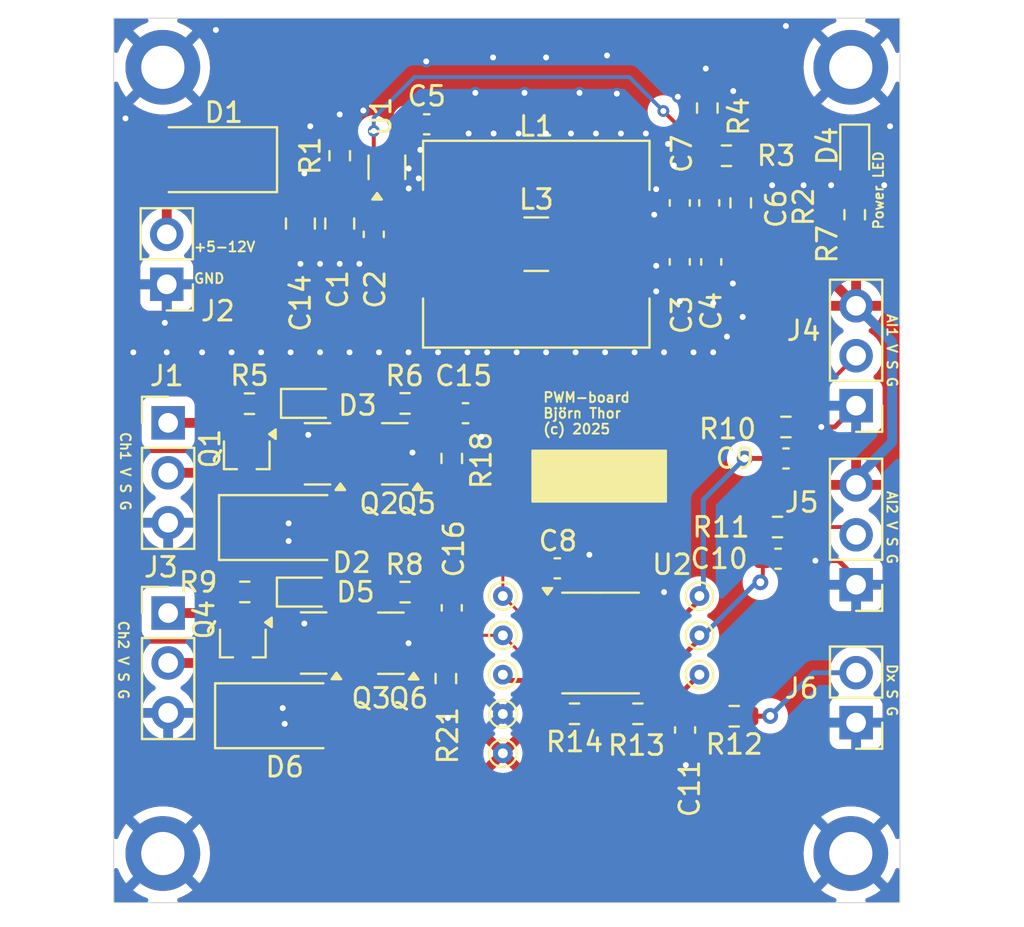
<source format=kicad_pcb>
(kicad_pcb (version 20240108) (generator "pcbnew") (generator_version "8.0")
  (layers (0 "F.Cu" signal) (31 "B.Cu" signal) (34 "B.Paste" user) (35 "F.Paste" user) (36 "B.SilkS" user "B.Silkscreen") (37 "F.SilkS" user "F.Silkscreen") (38 "B.Mask" user) (39 "F.Mask" user) (44 "Edge.Cuts" user))
  (net 0 "")
  (net 1 "/VIN")
  (net 2 "GND")
  (net 3 "+3.3V")
  (net 4 "/BST")
  (net 5 "/FB")
  (net 6 "/AN0")
  (net 7 "/AN1")
  (net 8 "/DI1")
  (net 9 "/PWR")
  (net 10 "Net-(D2-K)")
  (net 11 "/CH1_LED")
  (net 12 "/CH2_LED")
  (net 13 "Net-(D4-A)")
  (net 14 "Net-(D6-K)")
  (net 15 "Net-(J1-Pin_1)")
  (net 16 "Net-(J3-Pin_1)")
  (net 17 "Net-(J4-Pin_2)")
  (net 18 "Net-(J5-Pin_2)")
  (net 19 "Net-(J6-Pin_2)")
  (net 20 "/CH1")
  (net 21 "/CH2")
  (net 22 "/EN")
  (net 23 "Net-(R2-Pad2)")
  (net 24 "/RST#")
  (net 25 "Net-(U1-SW)")
  (net 26 "Net-(Q1-G)")
  (net 27 "Net-(Q3-D)")
  (net 28 "Net-(D3-A)")
  (net 29 "Net-(D5-A)")
  (footprint "Capacitor_SMD:C_0603_1608Metric" (layer "F.Cu") (at 53.855 64.91)
    (property "Reference" "C5")
    (property "Value" "100n 25V")
  )
  (footprint "MountingHole:MountingHole_2.2mm_M2_DIN965_Pad_TopBottom" (layer "F.Cu") (at 40.43 62.01)
    (property "Reference" "H4" (hide yes))
    (property "Value" "MountingHole_Pad")
  )
  (footprint "TestPoint:TestPoint_THTPad_D1.0mm_Drill0.5mm" (layer "F.Cu") (at 67.73 92.91)
    (property "Reference" "TP3" (hide yes))
    (property "Value" "TestPoint")
  )
  (footprint "Diode_SMD:D_SMA" (layer "F.Cu") (at 46.6 95)
    (property "Reference" "D6")
    (property "Value" "VS-10MQ100HM3")
  )
  (footprint "Inductor_SMD:L_1210_3225Metric" (layer "F.Cu") (at 59.43 71.01)
    (property "Reference" "L3")
    (property "Value" "2.2uH 5.4A")
  )
  (footprint "TestPoint:TestPoint_THTPad_D1.0mm_Drill0.5mm" (layer "F.Cu") (at 57.73 90.91)
    (property "Reference" "TP5" (hide yes))
    (property "Value" "TestPoint")
  )
  (footprint "Connector_PinHeader_2.54mm:PinHeader_1x03_P2.54mm_Vertical" (layer "F.Cu") (at 75.7 88.335 180)
    (property "Reference" "J5")
    (property "Value" "Screw_Terminal_01x03")
  )
  (footprint "LED_SMD:LED_0603_1608Metric" (layer "F.Cu") (at 75.63 66.41 -90)
    (property "Reference" "D4")
    (property "Value" "LED R")
  )
  (footprint "Resistor_SMD:R_0603_1608Metric" (layer "F.Cu") (at 75.63 69.51 90)
    (property "Reference" "R7")
    (property "Value" "24R")
  )
  (footprint "Resistor_SMD:R_0603_1608Metric" (layer "F.Cu") (at 52.755 79.11 180)
    (property "Reference" "R6")
    (property "Value" "56R")
  )
  (footprint "Diode_SMD:D_SMA" (layer "F.Cu") (at 46.8 85.425)
    (property "Reference" "D2")
    (property "Value" "VS-10MQ100HM3")
  )
  (footprint "MountingHole:MountingHole_2.2mm_M2_DIN965_Pad_TopBottom" (layer "F.Cu") (at 75.43 102.01)
    (property "Reference" "H2" (hide yes))
    (property "Value" "MountingHole_Pad")
  )
  (footprint "Capacitor_SMD:C_0603_1608Metric" (layer "F.Cu") (at 71.73 87.01 180)
    (property "Reference" "C10")
    (property "Value" "100n 25V")
  )
  (footprint "Resistor_SMD:R_0603_1608Metric" (layer "F.Cu") (at 71.7 85.4 180)
    (property "Reference" "R11")
    (property "Value" "5K0")
  )
  (footprint "Capacitor_SMD:C_0603_1608Metric" (layer "F.Cu") (at 67 95.725 90)
    (property "Reference" "C11")
    (property "Value" "100n 25V")
  )
  (footprint "Connector_PinHeader_2.54mm:PinHeader_1x03_P2.54mm_Vertical" (layer "F.Cu") (at 40.7 80.1)
    (property "Reference" "J1")
    (property "Value" "Screw_Terminal_01x03")
  )
  (footprint "Capacitor_SMD:C_0603_1608Metric" (layer "F.Cu") (at 51.162 70.51 90)
    (property "Reference" "C2")
    (property "Value" "100n 25V")
  )
  (footprint "Package_TO_SOT_SMD:SOT-23" (layer "F.Cu") (at 48.1 91.3 180)
    (property "Reference" "Q3")
    (property "Value" "BSS138")
  )
  (footprint "Package_SO:SOIC-8_3.9x4.9mm_P1.27mm" (layer "F.Cu") (at 62.7 91.3)
    (property "Reference" "U2")
    (property "Value" "PIC12F1572")
  )
  (footprint "Resistor_SMD:R_0603_1608Metric" (layer "F.Cu") (at 69.105 66.51 180)
    (property "Reference" "R3")
    (property "Value" "5K0")
  )
  (footprint "Capacitor_SMD:C_0603_1608Metric" (layer "F.Cu") (at 60.5 87.5 180)
    (property "Reference" "C8")
    (property "Value" "100n 25V")
  )
  (footprint "Resistor_SMD:R_0603_1608Metric" (layer "F.Cu") (at 49.43 66.51 90)
    (property "Reference" "R1")
    (property "Value" "100K")
  )
  (footprint "Connector_PinHeader_2.54mm:PinHeader_1x02_P2.54mm_Vertical" (layer "F.Cu") (at 40.63 73.05 180)
    (property "Reference" "J2")
    (property "Value" "Screw_Terminal_01x02")
  )
  (footprint "TestPoint:TestPoint_THTPad_D1.0mm_Drill0.5mm" (layer "F.Cu") (at 57.73 92.91)
    (property "Reference" "TP4" (hide yes))
    (property "Value" "TestPoint")
  )
  (footprint "Resistor_SMD:R_0603_1608Metric" (layer "F.Cu") (at 68.13 64.085 90)
    (property "Reference" "R4")
    (property "Value" "30K")
  )
  (footprint "bt_footprints:L_Bourns_bt_SRR1050HA" (layer "F.Cu") (at 59.43 71.01)
    (property "Reference" "L1")
    (property "Value" "2.2uH 7.2A")
  )
  (footprint "Resistor_SMD:R_0603_1608Metric" (layer "F.Cu") (at 64.6 94.9)
    (property "Reference" "R13")
    (property "Value" "130K")
  )
  (footprint "Capacitor_SMD:C_0603_1608Metric" (layer "F.Cu") (at 68.23 68.91 90)
    (property "Reference" "C6")
    (property "Value" "47p 50V")
  )
  (footprint "Package_TO_SOT_SMD:SOT-323_SC-70" (layer "F.Cu") (at 44.5 91.3 -90)
    (property "Reference" "Q4")
    (property "Value" "SSM3J133TU")
  )
  (footprint "Resistor_SMD:R_0603_1608Metric" (layer "F.Cu") (at 54.83 93.11 -90)
    (property "Reference" "R21")
    (property "Value" "10K")
  )
  (footprint "Capacitor_SMD:C_0603_1608Metric" (layer "F.Cu") (at 66.73 68.91 90)
    (property "Reference" "C7")
    (property "Value" "4u7 10V")
  )
  (footprint "TestPoint:TestPoint_THTPad_D1.0mm_Drill0.5mm" (layer "F.Cu") (at 67.73 90.91)
    (property "Reference" "TP2" (hide yes))
    (property "Value" "TestPoint")
  )
  (footprint "Package_TO_SOT_SMD:SOT-23" (layer "F.Cu") (at 52.23 81.675 180)
    (property "Reference" "Q5")
    (property "Value" "BVSS84LT1G")
  )
  (footprint "Package_TO_SOT_SMD:SOT-23" (layer "F.Cu") (at 52.03 91.31 180)
    (property "Reference" "Q6")
    (property "Value" "BVSS84LT1G")
  )
  (footprint "TestPoint:TestPoint_THTPad_D1.0mm_Drill0.5mm" (layer "F.Cu") (at 67.73 88.91)
    (property "Reference" "TP1" (hide yes))
    (property "Value" "TestPoint")
  )
  (footprint "MountingHole:MountingHole_2.2mm_M2_DIN965_Pad_TopBottom" (layer "F.Cu") (at 40.43 102.01)
    (property "Reference" "H3" (hide yes))
    (property "Value" "MountingHole_Pad")
  )
  (footprint "LED_SMD:LED_0603_1608Metric" (layer "F.Cu") (at 47.7175 88.71)
    (property "Reference" "D5")
    (property "Value" "LED R")
  )
  (footprint "Resistor_SMD:R_0603_1608Metric" (layer "F.Cu") (at 52.755 88.71 180)
    (property "Reference" "R8")
    (property "Value" "56R")
  )
  (footprint "Connector_PinHeader_2.54mm:PinHeader_1x02_P2.54mm_Vertical" (layer "F.Cu") (at 75.7 95.35 180)
    (property "Reference" "J6")
    (property "Value" "Screw_Terminal_01x02")
  )
  (footprint "Package_TO_SOT_SMD:SOT-23" (layer "F.Cu") (at 48.3 81.675 180)
    (property "Reference" "Q2")
    (property "Value" "BSS138")
  )
  (footprint "TestPoint:TestPoint_THTPad_D1.0mm_Drill0.5mm" (layer "F.Cu") (at 57.73 94.91)
    (property "Reference" "TP8" (hide yes))
    (property "Value" "TestPoint")
  )
  (footprint "Resistor_SMD:R_0603_1608Metric" (layer "F.Cu") (at 55.13 81.91 90)
    (property "Reference" "R18")
    (property "Value" "10K")
  )
  (footprint "Resistor_SMD:R_0603_1608Metric" (layer "F.Cu") (at 69.83 68.91 90)
    (property "Reference" "R2")
    (property "Value" "130K")
  )
  (footprint "Diode_SMD:D_SMA" (layer "F.Cu") (at 42.73 66.71 180)
    (property "Reference" "D1")
    (property "Value" "VS-10MQ100HM3")
  )
  (footprint "Capacitor_SMD:C_0603_1608Metric" (layer "F.Cu") (at 66.73 71.91 90)
    (property "Reference" "C3")
    (property "Value" "100n 25V")
  )
  (footprint "Resistor_SMD:R_0603_1608Metric" (layer "F.Cu") (at 69.5 95.025 180)
    (property "Reference" "R12")
    (property "Value" "5K0")
  )
  (footprint "Capacitor_SMD:C_0603_1608Metric" (layer "F.Cu") (at 72.135 81.91 180)
    (property "Reference" "C9")
    (property "Value" "100n 25V")
  )
  (footprint "Connector_PinHeader_2.54mm:PinHeader_1x03_P2.54mm_Vertical" (layer "F.Cu") (at 75.7 79.225 180)
    (property "Reference" "J4")
    (property "Value" "Screw_Terminal_01x03")
  )
  (footprint "Capacitor_SMD:C_0603_1608Metric" (layer "F.Cu") (at 68.33 71.91 -90)
    (property "Reference" "C4")
    (property "Value" "4u7 10V")
  )
  (footprint "Resistor_SMD:R_0603_1608Metric" (layer "F.Cu") (at 44.6 88.7)
    (property "Reference" "R9")
    (property "Value" "10K")
  )
  (footprint "TestPoint:TestPoint_THTPad_D1.0mm_Drill0.5mm" (layer "F.Cu") (at 57.73 88.91)
    (property "Reference" "TP6" (hide yes))
    (property "Value" "TestPoint")
  )
  (footprint "Resistor_SMD:R_0603_1608Metric" (layer "F.Cu") (at 61.375 94.9 180)
    (property "Reference" "R14")
    (property "Value" "5K0")
  )
  (footprint "Resistor_SMD:R_0603_1608Metric" (layer "F.Cu") (at 44.8375 79.125)
    (property "Reference" "R5")
    (property "Value" "10K")
  )
  (footprint "Capacitor_SMD:C_0603_1608Metric" (layer "F.Cu") (at 55.13 89.51 90)
    (property "Reference" "C16")
    (property "Value" "100n 25V")
  )
  (footprint "Resistor_SMD:R_0603_1608Metric" (layer "F.Cu") (at 72.13 80.31 180)
    (property "Reference" "R10")
    (property "Value" "5K0")
  )
  (footprint "Package_TO_SOT_SMD:SOT-563" (layer "F.Cu") (at 51.83 67.0975 90)
    (property "Reference" "U1")
    (property "Value" "TPS561243")
  )
  (footprint "LED_SMD:LED_0603_1608Metric" (layer "F.Cu") (at 47.93 79.11)
    (property "Reference" "D3")
    (property "Value" "LED R")
  )
  (footprint "Capacitor_SMD:C_0805_2012Metric" (layer "F.Cu") (at 49.43 69.96 -90)
    (property "Reference" "C1")
    (property "Value" "10u 50V")
  )
  (footprint "Connector_PinHeader_2.54mm:PinHeader_1x03_P2.54mm_Vertical" (layer "F.Cu") (at 40.7 89.775)
    (property "Reference" "J3")
    (property "Value" "Screw_Terminal_01x03")
  )
  (footprint "Capacitor_SMD:C_0603_1608Metric" (layer "F.Cu") (at 55.83 79.61 180)
    (property "Reference" "C15")
    (property "Value" "100n 25V")
  )
  (footprint "TestPoint:TestPoint_THTPad_D1.0mm_Drill0.5mm" (layer "F.Cu") (at 57.73 96.91)
    (property "Reference" "TP7" (hide yes))
    (property "Value" "TestPoint")
  )
  (footprint "Package_TO_SOT_SMD:SOT-323_SC-70" (layer "F.Cu") (at 44.7 81.725 -90)
    (property "Reference" "Q1")
    (property "Value" "SSM3J133TU")
  )
  (footprint "Capacitor_SMD:C_0805_2012Metric" (layer "F.Cu") (at 47.43 69.96 -90)
    (property "Reference" "C14")
    (property "Value" "10u 50V")
  )
  (footprint "MountingHole:MountingHole_2.2mm_M2_DIN965_Pad_TopBottom" (layer "F.Cu") (at 75.43 62.01)
    (property "Reference" "H1" (hide yes))
    (property "Value" "MountingHole_Pad")
  )
  (gr_rect (start 59.23 81.51) (end 66.03 84.11) (stroke (width 0.1)) (fill solid) (layer "F.SilkS"))
  (gr_rect (start 37.93 59.51) (end 77.93 104.51) (stroke (width 0.05)) (fill none) (layer "Edge.Cuts"))
  (gr_text "AI1 V S G" (at 77.23 74.51 270) (layer "F.SilkS") (effects (font (size 0.5 0.5) (thickness 0.1) (bold yes)) (justify left bottom)))
  (gr_text "+5-12V\n\nGND" (at 41.96 73.05 0) (layer "F.SilkS") (effects (font (size 0.5 0.5) (thickness 0.1) (bold yes)) (justify left bottom)))
  (gr_text "Power LED" (at 77.13 70.31 90) (layer "F.SilkS") (effects (font (size 0.5 0.5) (thickness 0.1) (bold yes)) (justify left bottom)))
  (gr_text "PWM-board\nBjörn Thor\n(c) 2025" (at 59.73 80.71 0) (layer "F.SilkS") (effects (font (size 0.5 0.5) (thickness 0.1) (bold yes)) (justify left bottom)))
  (gr_text "Ch1 V S G" (at 38.23 80.51 -90) (layer "F.SilkS") (effects (font (size 0.5 0.5) (thickness 0.1) (bold yes)) (justify left bottom)))
  (gr_text "Ch2 V S G" (at 38.13 90.11 270) (layer "F.SilkS") (effects (font (size 0.5 0.5) (thickness 0.1) (bold yes)) (justify left bottom)))
  (gr_text "AI2 V S G" (at 77.23 83.51 270) (layer "F.SilkS") (effects (font (size 0.5 0.5) (thickness 0.1) (bold yes)) (justify left bottom)))
  (gr_text "Dx S G" (at 77.23 92.31 270) (layer "F.SilkS") (effects (font (size 0.5 0.5) (thickness 0.1) (bold yes)) (justify left bottom)))
  (segment (start 49.43 69.01) (end 50.437 69.01) (width 0.5) (layer "F.Cu") (net 1))
  (segment (start 47.09 68.67) (end 47.43 69.01) (width 0.5) (layer "F.Cu") (net 1))
  (segment (start 50.437 69.01) (end 51.162 69.735) (width 0.5) (layer "F.Cu") (net 1))
  (segment (start 51.162 69.735) (end 51.162 67.853) (width 0.5) (layer "F.Cu") (net 1))
  (segment (start 47.43 69.01) (end 49.43 69.01) (width 0.5) (layer "F.Cu") (net 1))
  (segment (start 47.43 69.01) (end 47.03 69.01) (width 0.5) (layer "F.Cu") (net 1))
  (segment (start 49.43 69.01) (end 49.43 67.335) (width 0.5) (layer "F.Cu") (net 1))
  (segment (start 47.03 69.01) (end 44.73 66.71) (width 0.5) (layer "F.Cu") (net 1))
  (segment (start 51.162 67.853) (end 51.205 67.81) (width 0.5) (layer "F.Cu") (net 1))
  (segment (start 54.605 81.61) (end 53.13 81.61) (width 0.25) (layer "F.Cu") (net 2))
  (segment (start 48.8 85.425) (end 47.045 85.425) (width 0.2) (layer "F.Cu") (net 2))
  (segment (start 54.93 95.11) (end 54.93 94.035) (width 0.15) (layer "F.Cu") (net 2))
  (segment (start 49.57 90.35) (end 49.0375 90.35) (width 0.2) (layer "F.Cu") (net 2))
  (segment (start 65.86 88.71) (end 65.175 89.395) (width 0.2) (layer "F.Cu") (net 2))
  (segment (start 48.9975 90.31) (end 49.0375 90.35) (width 0.15) (layer "F.Cu") (net 2))
  (segment (start 47.63 90.31) (end 47.63 90.21) (width 0.15) (layer "F.Cu") (net 2))
  (segment (start 56.63 79.635) (end 56.605 79.61) (width 0.25) (layer "F.Cu") (net 2))
  (segment (start 52.476 67.664) (end 52.33 67.81) (width 0.25) (layer "F.Cu") (net 2))
  (segment (start 54.105 91.31) (end 55.13 90.285) (width 0.25) (layer "F.Cu") (net 2))
  (segment (start 55.13 81.085) (end 56.605 79.61) (width 0.25) (layer "F.Cu") (net 2))
  (segment (start 52.93 91.31) (end 51.0925 91.31) (width 0.25) (layer "F.Cu") (net 2))
  (segment (start 52.93 91.31) (end 54.105 91.31) (width 0.25) (layer "F.Cu") (net 2))
  (segment (start 74.81 87.11) (end 75.7 88) (width 0.25) (layer "F.Cu") (net 2))
  (segment (start 75.7 95.335) (end 75.39 95.025) (width 0.2) (layer "F.Cu") (net 2))
  (segment (start 47.63 90.31) (end 48.9975 90.31) (width 0.15) (layer "F.Cu") (net 2))
  (segment (start 53.448 67.664) (end 52.476 67.664) (width 0.25) (layer "F.Cu") (net 2))
  (segment (start 69.105 72.685) (end 69.43 73.01) (width 0.25) (layer "F.Cu") (net 2))
  (segment (start 67.037 97.509) (end 67.037 96.537) (width 0.2) (layer "F.Cu") (net 2))
  (segment (start 62.13 86.81) (end 61.965 86.81) (width 0.25) (layer "F.Cu") (net 2))
  (segment (start 48.315 85.425) (end 47.63 86.11) (width 0.2) (layer "F.Cu") (net 2))
  (segment (start 49.2375 80.725) (end 47.845 80.725) (width 0.15) (layer "F.Cu") (net 2))
  (segment (start 56.63 80.81) (end 56.63 79.635) (width 0.25) (layer "F.Cu") (net 2))
  (segment (start 46.63 95.41) (end 47.04 95) (width 0.2) (layer "F.Cu") (net 2))
  (segment (start 47.63 86.11) (end 46.83 86.11) (width 0.2) (layer "F.Cu") (net 2))
  (segment (start 73.93 80.31) (end 73.93 80.89) (width 0.25) (layer "F.Cu") (net 2))
  (segment (start 52.692 68.172) (end 52.33 67.81) (width 0.25) (layer "F.Cu") (net 2))
  (segment (start 52.94 67.2) (end 52.33 67.81) (width 0.25) (layer "F.Cu") (net 2))
  (segment (start 73.93 80.31) (end 74.615 80.31) (width 0.25) (layer "F.Cu") (net 2))
  (segment (start 53.065 81.675) (end 53.13 81.61) (width 0.25) (layer "F.Cu") (net 2))
  (segment (start 68.33 72.685) (end 69.105 72.685) (width 0.25) (layer "F.Cu") (net 2))
  (segment (start 51.2925 81.675) (end 53.065 81.675) (width 0.25) (layer "F.Cu") (net 2))
  (segment (start 72.505 87.01) (end 73.53 87.01) (width 0.25) (layer "F.Cu") (net 2))
  (segment (start 74.615 80.31) (end 75.7 79.225) (width 0.25) (layer "F.Cu") (net 2))
  (segment (start 49.065 85.16) (end 48.8 85.425) (width 0.25) (layer "F.Cu") (net 2))
  (segment (start 48.21 94.61) (end 48.6 95) (width 0.2) (layer "F.Cu") (net 2))
  (segment (start 61.965 86.81) (end 61.275 87.5) (width 0.25) (layer "F.Cu") (net 2))
  (segment (start 52.94 67.156) (end 52.94 67.2) (width 0.25) (layer "F.Cu") (net 2))
  (segment (start 48.93 85.555) (end 48.8 85.425) (width 0.2) (layer "F.Cu") (net 2))
  (segment (start 73.93 80.89) (end 72.91 81.91) (width 0.25) (layer "F.Cu") (net 2))
  (segment (start 67.037 96.537) (end 67 96.5) (width 0.2) (layer "F.Cu") (net 2))
  (segment (start 73.63 87.11) (end 74.81 87.11) (width 0.25) (layer "F.Cu") (net 2))
  (segment (start 46.53 94.61) (end 48.21 94.61) (width 0.2) (layer "F.Cu") (net 2))
  (segment (start 65.93 88.71) (end 65.86 88.71) (width 0.2) (layer "F.Cu") (net 2))
  (segment (start 52.94 68.172) (end 52.692 68.172) (width 0.25) (layer "F.Cu") (net 2))
  (segment (start 55.13 81.085) (end 54.605 81.61) (width 0.25) (layer "F.Cu") (net 2))
  (segment (start 47.845 80.725) (end 47.83 80.71) (width 0.15) (layer "F.Cu") (net 2))
  (segment (start 47.04 95) (end 48.6 95) (width 0.2) (layer "F.Cu") (net 2))
  (segment (start 47.045 85.425) (end 46.83 85.21) (width 0.2) (layer "F.Cu") (net 2))
  (segment (start 48.8 85.425) (end 48.315 85.425) (width 0.2) (layer "F.Cu") (net 2))
  (segment (start 73.53 87.01) (end 73.63 87.11) (width 0.25) (layer "F.Cu") (net 2))
  (segment (start 54.93 94.035) (end 54.83 93.935) (width 0.15) (layer "F.Cu") (net 2))
  (via (at 46.83 85.21) (size 0.6) (drill 0.3) (layers "F.Cu" "B.Cu") (net 2))
  (via (at 58.528 65.378) (size 0.6) (drill 0.3) (layers "F.Cu" "B.Cu") (net 2))
  (via (at 52.94 67.156) (size 0.6) (drill 0.3) (layers "F.Cu" "B.Cu") (net 2))
  (via (at 46.83 86.11) (size 0.6) (drill 0.3) (layers "F.Cu" "B.Cu") (net 2))
  (via (at 56.33 63.31) (size 0.6) (drill 0.3) (layers "F.Cu" "B.Cu") (net 2))
  (via (at 68.43 76.51) (size 0.6) (drill 0.3) (layers "F.Cu" "B.Cu") (net 2))
  (via (at 66.43 67.01) (size 0.6) (drill 0.3) (layers "F.Cu" "B.Cu") (net 2))
  (via (at 65.53 72.11) (size 0.6) (drill 0.3) (layers "F.Cu" "B.Cu") (net 2))
  (via (at 59.93 61.51) (size 0.6) (drill 0.3) (layers "F.Cu" "B.Cu") (net 2))
  (via (at 49.43 64.41) (size 0.6) (drill 0.3) (layers "F.Cu" "B.Cu") (net 2))
  (via (at 65.53 73.41) (size 0.6) (drill 0.3) (layers "F.Cu" "B.Cu") (net 2))
  (via (at 53.13 81.61) (size 0.6) (drill 0.3) (layers "F.Cu" "B.Cu") (net 2))
  (via (at 65.93 88.71) (size 0.6) (drill 0.3) (layers "F.Cu" "B.Cu") (net 2))
  (via (at 68.43 74.01) (size 0.6) (drill 0.3) (layers "F.Cu" "B.Cu") (net 2))
  (via (at 59.925 65.378) (size 0.6) (drill 0.3) (layers "F.Cu" "B.Cu") (net 2))
  (via (at 69.93 74.71) (size 0.6) (drill 0.3) (layers "F.Cu" "B.Cu") (net 2))
  (via (at 69.13 75.71) (size 0.6) (drill 0.3) (layers "F.Cu" "B.Cu") (net 2))
  (via (at 61.63 63.31) (size 0.6) (drill 0.3) (layers "F.Cu" "B.Cu") (net 2))
  (via (at 68.053 62.076) (size 0.6) (drill 0.3) (layers "F.Cu" "B.Cu") (net 2))
  (via (at 52.93 76.51) (size 0.6) (drill 0.3) (layers "F.Cu" "B.Cu") (net 2))
  (via (at 53.53 66.21) (size 0.6) (drill 0.3) (layers "F.Cu" "B.Cu") (net 2))
  (via (at 53.83 61.71) (size 0.6) (drill 0.3) (layers "F.Cu" "B.Cu") (net 2))
  (via (at 66.73 73.91) (size 0.6) (drill 0.3) (layers "F.Cu" "B.Cu") (net 2))
  (via (at 48.43 72.01) (size 0.6) (drill 0.3) (layers "F.Cu" "B.Cu") (net 2))
  (via (at 57.23 61.51) (size 0.6) (drill 0.3) (layers "F.Cu" "B.Cu") (net 2))
  (via (at 45.43 76.51) (size 0.6) (drill 0.3) (layers "F.Cu" "B.Cu") (net 2))
  (via (at 59.93 76.51) (size 0.6) (drill 0.3) (layers "F.Cu" "B.Cu") (net 2))
  (via (at 56.63 80.81) (size 0.6) (drill 0.3) (layers "F.Cu" "B.Cu") (net 2))
  (via (at 54.93 95.11) (size 0.6) (drill 0.3) (layers "F.Cu" "B.Cu") (net 2))
  (via (at 69.43 73.01) (size 0.6) (drill 0.3) (layers "F.Cu" "B.Cu") (net 2))
  (via (at 77.43 65.01) (size 0.6) (drill 0.3) (layers "F.Cu" "B.Cu") (net 2))
  (via (at 53.448 67.664) (size 0.6) (drill 0.3) (layers "F.Cu" "B.Cu") (net 2))
  (via (at 72.13 59.91) (size 0.6) (drill 0.3) (layers "F.Cu" "B.Cu") (net 2))
  (via (at 47.43 72.01) (size 0.6) (drill 0.3) (layers "F.Cu" "B.Cu") (net 2))
  (via (at 40.53 75.01) (size 0.6) (drill 0.3) (layers "F.Cu" "B.Cu") (net 2))
  (via (at 49.43 72.01) (size 0.6) (drill 0.3) (layers "F.Cu" "B.Cu") (net 2))
  (via (at 50.43 72.01) (size 0.6) (drill 0.3) (layers "F.Cu" "B.Cu") (net 2))
  (via (at 65.53 68.21) (size 0.6) (drill 0.3) (layers "F.Cu" "B.Cu") (net 2))
  (via (at 57.258 65.378) (size 0.6) (drill 0.3) (layers "F.Cu" "B.Cu") (net 2))
  (via (at 62.13 86.81) (size 0.6) (drill 0.3) (layers "F.Cu" "B.Cu") (net 2))
  (via (at 47.63 90.31) (size 0.6) (drill 0.3) (layers "F.Cu" "B.Cu") (net 2))
  (via (at 43.13 60.11) (size 0.6) (drill 0.3) (layers "F.Cu" "B.Cu") (net 2))
  (via (at 67.43 76.51) (size 0.6) (drill 0.3) (layers "F.Cu" "B.Cu") (net 2))
  (via (at 66.63 63.51) (size 0.6) (drill 0.3) (layers "F.Cu" "B.Cu") (net 2))
  (via (at 77.13 68.01) (size 0.6) (drill 0.3) (layers "F.Cu" "B.Cu") (net 2))
  (via (at 63.03 61.41) (size 0.6) (drill 0.3) (layers "F.Cu" "B.Cu") (net 2))
  (via (at 73.93 80.31) (size 0.6) (drill 0.3) (layers "F.Cu" "B.Cu") (net 2))
  (via (at 38.53 64.61) (size 0.6) (drill 0.3) (layers "F.Cu" "B.Cu") (net 2))
  (via (at 58.83 63.31) (size 0.6) (drill 0.3) (layers "F.Cu" "B.Cu") (net 2))
  (via (at 54.43 76.51) (size 0.6) (drill 0.3) (layers "F.Cu" "B.Cu") (net 2))
  (via (at 61.195 65.378) (size 0.6) (drill 0.3) (layers "F.Cu" "B.Cu") (net 2))
  (via (at 46.53 94.61) (size 0.6) (drill 0.3) (layers "F.Cu" "B.Cu") (net 2))
  (via (at 49.93 76.51) (size 0.6) (drill 0.3) (layers "F.Cu" "B.Cu") (net 2))
  (via (at 69.45 63.219) (size 0.6) (drill 0.3) (layers "F.Cu" "B.Cu") (net 2))
  (via (at 48.43 76.51) (size 0.6) (drill 0.3) (layers "F.Cu" "B.Cu") (net 2))
  (via (at 40.63 76.51) (size 0.6) (drill 0.3) (layers "F.Cu" "B.Cu") (net 2))
  (via (at 63.527775 63.351322) (size 0.6) (drill 0.3) (layers "F.Cu" "B.Cu") (net 2))
  (via (at 65.93 76.51) (size 0.6) (drill 0.3) (layers "F.Cu" "B.Cu") (net 2))
  (via (at 56.93 76.51) (size 0.6) (drill 0.3) (layers "F.Cu" "B.Cu") (net 2))
  (via (at 65.43 69.51) (size 0.6) (drill 0.3) (layers "F.Cu" "B.Cu") (net 2))
  (via (at 58.43 76.51) (size 0.6) (drill 0.3) (layers "F.Cu" "B.Cu") (net 2))
  (via (at 50.63 64.21) (size 0.6) (drill 0.3) (layers "F.Cu" "B.Cu") (net 2))
  (via (at 47.83 80.71) (size 0.6) (drill 0.3) (layers "F.Cu" "B.Cu") (net 2))
  (via (at 71.43 68.01) (size 0.6) (drill 0.3) (layers "F.Cu" "B.Cu") (net 2))
  (via (at 47.93 65.01) (size 0.6) (drill 0.3) (layers "F.Cu" "B.Cu") (net 2))
  (via (at 43.93 76.51) (size 0.6) (drill 0.3) (layers "F.Cu" "B.Cu") (net 2))
  (via (at 38.93 76.51) (size 0.6) (drill 0.3) (layers "F.Cu" "B.Cu") (net 2))
  (via (at 62.465 65.378) (size 0.6) (drill 0.3) (layers "F.Cu" "B.Cu") (net 2))
  (via (at 51.43 76.51) (size 0.6) (drill 0.3) (layers "F.Cu" "B.Cu") (net 2))
  (via (at 55.988 65.378) (size 0.6) (drill 0.3) (layers "F.Cu" "B.Cu") (net 2))
  (via (at 52.93 91.31) (size 0.6) (drill 0.3) (layers "F.Cu" "B.Cu") (net 2))
  (via (at 74.43 68.01) (size 0.6) (drill 0.3) (layers "F.Cu" "B.Cu") (net 2))
  (via (at 63.735 65.378) (size 0.6) (drill 0.3) (layers "F.Cu" "B.Cu") (net 2))
  (via (at 61.43 76.51) (size 0.6) (drill 0.3) (layers "F.Cu" "B.Cu") (net 2))
  (via (at 52.94 68.172) (size 0.6) (drill 0.3) (layers "F.Cu" "B.Cu") (net 2))
  (via (at 73.63 87.11) (size 0.6) (drill 0.3) (layers "F.Cu" "B.Cu") (net 2))
  (via (at 65.005 65.378) (size 0.6) (drill 0.3) (layers "F.Cu" "B.Cu") (net 2))
  (via (at 66.13 65.91) (size 0.6) (drill 0.3) (layers "F.Cu" "B.Cu") (net 2))
  (via (at 42.43 76.51) (size 0.6) (drill 0.3) (layers "F.Cu" "B.Cu") (net 2))
  (via (at 64.43 76.51) (size 0.6) (drill 0.3) (layers "F.Cu" "B.Cu") (net 2))
  (via (at 47.63 67.41) (size 0.6) (drill 0.3) (layers "F.Cu" "B.Cu") (net 2))
  (via (at 46.63 95.41) (size 0.6) (drill 0.3) (layers "F.Cu" "B.Cu") (net 2))
  (via (at 67.037 97.509) (size 0.6) (drill 0.3) (layers "F.Cu" "B.Cu") (net 2))
  (via (at 62.93 76.51) (size 0.6) (drill 0.3) (layers "F.Cu" "B.Cu") (net 2))
  (via (at 46.93 76.51) (size 0.6) (drill 0.3) (layers "F.Cu" "B.Cu") (net 2))
  (via (at 55.93 76.51) (size 0.6) (drill 0.3) (layers "F.Cu" "B.Cu") (net 2))
  (via (at 73.03 68.01) (size 0.6) (drill 0.3) (layers "F.Cu" "B.Cu") (net 2))
  (segment (start 72.6975 71.1425) (end 75.7 74.145) (width 0.5) (layer "F.Cu") (net 3))
  (segment (start 66.78 69.735) (end 66.73 69.685) (width 0.5) (layer "F.Cu") (net 3))
  (segment (start 72.565 71.01) (end 72.6975 71.1425) (width 0.5) (layer "F.Cu") (net 3))
  (segment (start 66.73 69.685) (end 65.405 71.01) (width 0.5) (layer "F.Cu") (net 3))
  (segment (start 53.58 79.11) (end 54.555 79.11) (width 0.25) (layer "F.Cu") (net 3))
  (segment (start 39.23 81.51) (end 42.63 81.51) (width 0.25) (layer "F.Cu") (net 3))
  (segment (start 53.58 88.71) (end 53.58 88.485) (width 0.25) (layer "F.Cu") (net 3))
  (segment (start 53.555 88.685) (end 53.58 88.71) (width 0.25) (layer "F.Cu") (net 3))
  (segment (start 63.88 71.01) (end 69.958 71.01) (width 0.5) (layer "F.Cu") (net 3))
  (segment (start 66.73 71.135) (end 66.73 69.685) (width 0.5) (layer "F.Cu") (net 3))
  (segment (start 54.555 79.11) (end 55.055 79.61) (width 0.25) (layer "F.Cu") (net 3))
  (segment (start 42.13 91.21) (end 39.33 91.21) (width 0.25) (layer "F.Cu") (net 3))
  (segment (start 63.775 94.9) (end 62.2 94.9) (width 0.2) (layer "F.Cu") (net 3))
  (segment (start 66.605 71.01) (end 66.73 71.135) (width 0.5) (layer "F.Cu") (net 3))
  (segment (start 59.725 88.895) (end 60.225 89.395) (width 0.5) (layer "F.Cu") (net 3))
  (segment (start 63.88 71.01) (end 66.605 71.01) (width 0.5) (layer "F.Cu") (net 3))
  (segment (start 65.405 71.01) (end 63.88 71.01) (width 0.5) (layer "F.Cu") (net 3))
  (segment (start 69.83 69.735) (end 71.29 69.735) (width 0.5) (layer "F.Cu") (net 3))
  (segment (start 71.29 69.735) (end 72.6975 71.1425) (width 0.5) (layer "F.Cu") (net 3))
  (segment (start 69.83 70.882) (end 69.83 69.735) (width 0.5) (layer "F.Cu") (net 3))
  (segment (start 63.88 71.01) (end 60.83 71.01) (width 0.5) (layer "F.Cu") (net 3))
  (segment (start 68.33 69.785) (end 68.23 69.685) (width 0.5) (layer "F.Cu") (net 3))
  (segment (start 69.958 71.01) (end 69.83 70.882) (width 0.5) (layer "F.Cu") (net 3))
  (segment (start 68.33 71.135) (end 68.33 69.785) (width 0.5) (layer "F.Cu") (net 3))
  (segment (start 69.958 71.01) (end 72.565 71.01) (width 0.5) (layer "F.Cu") (net 3))
  (segment (start 69.83 69.735) (end 66.78 69.735) (width 0.5) (layer "F.Cu") (net 3))
  (segment (start 59.725 87.5) (end 59.725 88.895) (width 0.5) (layer "F.Cu") (net 3))
  (segment (start 75.7 74.145) (end 77.53 75.975) (width 0.5) (layer "B.Cu") (net 3))
  (segment (start 77.53 75.975) (end 77.53 81.09) (width 0.5) (layer "B.Cu") (net 3))
  (segment (start 77.53 81.09) (end 75.7 82.92) (width 0.5) (layer "B.Cu") (net 3))
  (segment (start 52.33 66.385) (end 52.33 65.66) (width 0.2) (layer "F.Cu") (net 4))
  (segment (start 52.33 65.66) (end 53.08 64.91) (width 0.2) (layer "F.Cu") (net 4))
  (segment (start 68.13 64.91) (end 68.13 66.36) (width 0.2) (layer "F.Cu") (net 5))
  (segment (start 68.23 68.135) (end 68.23 66.56) (width 0.2) (layer "F.Cu") (net 5))
  (segment (start 51.162 66.217) (end 51.33 66.385) (width 0.2) (layer "F.Cu") (net 5))
  (segment (start 51.162 65.251) (end 51.162 66.217) (width 0.2) (layer "F.Cu") (net 5))
  (segment (start 68.13 64.91) (end 66.569 64.91) (width 0.2) (layer "F.Cu") (net 5))
  (segment (start 68.23 66.56) (end 68.28 66.51) (width 0.2) (layer "F.Cu") (net 5))
  (segment (start 68.13 66.36) (end 68.28 66.51) (width 0.2) (layer "F.Cu") (net 5))
  (segment (start 66.569 64.91) (end 65.894 64.235) (width 0.2) (layer "F.Cu") (net 5))
  (via (at 51.162 65.251) (size 0.6) (drill 0.3) (layers "F.Cu" "B.Cu") (net 5))
  (via (at 65.894 64.235) (size 0.6) (drill 0.3) (layers "F.Cu" "B.Cu") (net 5))
  (segment (start 53.23 62.51) (end 51.162 64.578) (width 0.2) (layer "B.Cu") (net 5))
  (segment (start 64.169 62.51) (end 53.23 62.51) (width 0.2) (layer "B.Cu") (net 5))
  (segment (start 65.894 64.235) (end 64.169 62.51) (width 0.2) (layer "B.Cu") (net 5))
  (segment (start 51.162 64.578) (end 51.162 65.251) (width 0.2) (layer "B.Cu") (net 5))
  (segment (start 65.175 90.665) (end 66.175 90.665) (width 0.25) (layer "F.Cu") (net 6))
  (segment (start 66.175 90.665) (end 67.93 88.91) (width 0.25) (layer "F.Cu") (net 6))
  (segment (start 71.305 81.855) (end 71.36 81.91) (width 0.25) (layer "F.Cu") (net 6))
  (segment (start 70.03 81.91) (end 71.36 81.91) (width 0.25) (layer "F.Cu") (net 6))
  (segment (start 71.305 80.31) (end 71.305 81.855) (width 0.25) (layer "F.Cu") (net 6))
  (via (at 70.03 81.91) (size 0.8) (drill 0.4) (layers "F.Cu" "B.Cu") (net 6))
  (segment (start 70.03 81.91) (end 67.93 84.01) (width 0.25) (layer "B.Cu") (net 6))
  (segment (start 67.93 84.01) (end 67.93 88.91) (width 0.25) (layer "B.Cu") (net 6))
  (segment (start 70.955 88.085) (end 70.955 87.01) (width 0.2) (layer "F.Cu") (net 7))
  (segment (start 70.875 86.93) (end 70.955 87.01) (width 0.2) (layer "F.Cu") (net 7))
  (segment (start 66.905 91.935) (end 67.93 90.91) (width 0.25) (layer "F.Cu") (net 7))
  (segment (start 70.875 85.4) (end 70.875 86.93) (width 0.2) (layer "F.Cu") (net 7))
  (segment (start 70.83 88.21) (end 70.955 88.085) (width 0.2) (layer "F.Cu") (net 7))
  (segment (start 65.175 91.935) (end 66.905 91.935) (width 0.25) (layer "F.Cu") (net 7))
  (via (at 70.83 88.21) (size 0.8) (drill 0.4) (layers "F.Cu" "B.Cu") (net 7))
  (segment (start 70.63 88.21) (end 70.83 88.21) (width 0.25) (layer "B.Cu") (net 7))
  (segment (start 67.93 90.91) (end 70.63 88.21) (width 0.25) (layer "B.Cu") (net 7))
  (segment (start 65.425 94.9) (end 68.55 94.9) (width 0.2) (layer "F.Cu") (net 8))
  (segment (start 65.175 93.205) (end 65.175 94.65) (width 0.2) (layer "F.Cu") (net 8))
  (segment (start 67 94.95) (end 67 93.64) (width 0.25) (layer "F.Cu") (net 8))
  (segment (start 67 93.64) (end 67.73 92.91) (width 0.25) (layer "F.Cu") (net 8))
  (segment (start 65.175 94.65) (end 65.425 94.9) (width 0.2) (layer "F.Cu") (net 8))
  (segment (start 68.55 94.9) (end 68.675 95.025) (width 0.2) (layer "F.Cu") (net 8))
  (segment (start 40.63 70.51) (end 40.63 66.81) (width 0.5) (layer "F.Cu") (net 9))
  (segment (start 40.63 66.81) (end 40.73 66.71) (width 0.5) (layer "F.Cu") (net 9))
  (segment (start 44.7 82.725) (end 44.7 85.325) (width 0.5) (layer "F.Cu") (net 10))
  (segment (start 40.7 82.64) (end 44.615 82.64) (width 0.5) (layer "F.Cu") (net 10))
  (segment (start 44.7 85.325) (end 44.8 85.425) (width 0.5) (layer "F.Cu") (net 10))
  (segment (start 44.615 82.64) (end 44.7 82.725) (width 0.5) (layer "F.Cu") (net 10))
  (segment (start 53.1675 80.725) (end 53.245 80.725) (width 0.15) (layer "F.Cu") (net 11))
  (segment (start 47.9425 79.91) (end 47.1425 79.11) (width 0.15) (layer "F.Cu") (net 11))
  (segment (start 53.13 80.7625) (end 53.1675 80.725) (width 0.15) (layer "F.Cu") (net 11))
  (segment (start 52.3525 79.91) (end 47.9425 79.91) (width 0.15) (layer "F.Cu") (net 11))
  (segment (start 53.1675 80.725) (end 52.3525 79.91) (width 0.15) (layer "F.Cu") (net 11))
  (segment (start 52.9675 90.36) (end 52.1175 89.51) (width 0.15) (layer "F.Cu") (net 12))
  (segment (start 52.93 90.3975) (end 52.9675 90.36) (width 0.15) (layer "F.Cu") (net 12))
  (segment (start 52.1175 89.51) (end 47.73 89.51) (width 0.15) (layer "F.Cu") (net 12))
  (segment (start 47.73 89.51) (end 46.93 88.71) (width 0.15) (layer "F.Cu") (net 12))
  (segment (start 75.63 67.197501) (end 75.63 68.685) (width 0.25) (layer "F.Cu") (net 13))
  (segment (start 44.6 92.4) (end 44.5 92.3) (width 0.5) (layer "F.Cu") (net 14))
  (segment (start 44.6 95) (end 44.6 92.4) (width 0.5) (layer "F.Cu") (net 14))
  (segment (start 44.485 92.315) (end 44.5 92.3) (width 0.5) (layer "F.Cu") (net 14))
  (segment (start 40.7 92.315) (end 44.485 92.315) (width 0.5) (layer "F.Cu") (net 14))
  (segment (start 43.425 80.1) (end 44.05 80.725) (width 0.5) (layer "F.Cu") (net 15))
  (segment (start 44.0125 79.125) (end 44.0125 80.6875) (width 0.2) (layer "F.Cu") (net 15))
  (segment (start 44.0125 80.6875) (end 44.05 80.725) (width 0.2) (layer "F.Cu") (net 15))
  (segment (start 40.7 80.1) (end 43.425 80.1) (width 0.5) (layer "F.Cu") (net 15))
  (segment (start 43.775 88.7) (end 43.775 90.225) (width 0.2) (layer "F.Cu") (net 16))
  (segment (start 40.7 89.775) (end 43.325 89.775) (width 0.5) (layer "F.Cu") (net 16))
  (segment (start 43.325 89.775) (end 43.85 90.3) (width 0.5) (layer "F.Cu") (net 16))
  (segment (start 43.775 90.225) (end 43.85 90.3) (width 0.2) (layer "F.Cu") (net 16))
  (segment (start 75.7 76.685) (end 72.955 79.43) (width 0.2) (layer "F.Cu") (net 17))
  (segment (start 72.955 79.43) (end 72.955 80.31) (width 0.2) (layer "F.Cu") (net 17))
  (segment (start 75.305 85.4) (end 75.7 85.795) (width 0.2) (layer "F.Cu") (net 18))
  (segment (start 72.525 85.4) (end 75.305 85.4) (width 0.2) (layer "F.Cu") (net 18))
  (segment (start 71.315 95.025) (end 71.33 95.01) (width 0.25) (layer "F.Cu") (net 19))
  (segment (start 70.325 95.025) (end 71.315 95.025) (width 0.25) (layer "F.Cu") (net 19))
  (via (at 71.33 95.01) (size 0.8) (drill 0.4) (layers "F.Cu" "B.Cu") (net 19))
  (segment (start 73.53 92.81) (end 75.7 92.81) (width 0.25) (layer "B.Cu") (net 19))
  (segment (start 71.33 95.01) (end 73.53 92.81) (width 0.25) (layer "B.Cu") (net 19))
  (segment (start 54.895 82.625) (end 53.1675 82.625) (width 0.15) (layer "F.Cu") (net 20))
  (segment (start 56.43 82.71) (end 56.405 82.735) (width 0.15) (layer "F.Cu") (net 20))
  (segment (start 53.1675 82.625) (end 49.2375 82.625) (width 0.15) (layer "F.Cu") (net 20))
  (segment (start 55.13 82.735) (end 55.005 82.735) (width 0.15) (layer "F.Cu") (net 20))
  (segment (start 60.225 90.665) (end 59.485 90.665) (width 0.15) (layer "F.Cu") (net 20))
  (segment (start 57.73 84.01) (end 57.73 88.91) (width 0.15) (layer "F.Cu") (net 20))
  (segment (start 59.485 90.665) (end 57.73 88.91) (width 0.15) (layer "F.Cu") (net 20))
  (segment (start 56.43 82.71) (end 57.73 84.01) (width 0.15) (layer "F.Cu") (net 20))
  (segment (start 56.405 82.735) (end 55.13 82.735) (width 0.15) (layer "F.Cu") (net 20))
  (segment (start 55.005 82.735) (end 54.895 82.625) (width 0.15) (layer "F.Cu") (net 20))
  (segment (start 54.83 92.285) (end 54.555 92.285) (width 0.15) (layer "F.Cu") (net 21))
  (segment (start 60.225 91.935) (end 58.755 91.935) (width 0.15) (layer "F.Cu") (net 21))
  (segment (start 58.755 91.935) (end 57.73 90.91) (width 0.15) (layer "F.Cu") (net 21))
  (segment (start 49.0375 92.25) (end 52.9575 92.25) (width 0.25) (layer "F.Cu") (net 21))
  (segment (start 54.555 92.285) (end 54.53 92.26) (width 0.15) (layer "F.Cu") (net 21))
  (segment (start 57.73 90.91) (end 56.205 90.91) (width 0.15) (layer "F.Cu") (net 21))
  (segment (start 56.205 90.91) (end 54.83 92.285) (width 0.15) (layer "F.Cu") (net 21))
  (segment (start 54.53 92.26) (end 52.9675 92.26) (width 0.15) (layer "F.Cu") (net 21))
  (segment (start 52.9575 92.25) (end 52.9675 92.26) (width 0.25) (layer "F.Cu") (net 21))
  (segment (start 51.83 66.385) (end 51.83 66.772932) (width 0.2) (layer "F.Cu") (net 22))
  (segment (start 50.7675 67.0225) (end 49.43 65.685) (width 0.2) (layer "F.Cu") (net 22))
  (segment (start 51.580432 67.0225) (end 50.7675 67.0225) (width 0.2) (layer "F.Cu") (net 22))
  (segment (start 51.83 66.772932) (end 51.580432 67.0225) (width 0.2) (layer "F.Cu") (net 22))
  (segment (start 69.83 68.085) (end 69.83 66.61) (width 0.2) (layer "F.Cu") (net 23))
  (segment (start 69.83 66.61) (end 69.93 66.51) (width 0.2) (layer "F.Cu") (net 23))
  (segment (start 60.225 94.575) (end 60.55 94.9) (width 0.2) (layer "F.Cu") (net 24))
  (segment (start 60.225 93.205) (end 60.225 94.575) (width 0.2) (layer "F.Cu") (net 24))
  (segment (start 58.025 93.205) (end 60.225 93.205) (width 0.25) (layer "F.Cu") (net 24))
  (segment (start 60.34 95.11) (end 60.55 94.9) (width 0.25) (layer "F.Cu") (net 24))
  (segment (start 57.73 92.91) (end 58.025 93.205) (width 0.25) (layer "F.Cu") (net 24))
  (segment (start 54.63 67.498) (end 52.7495 69.3785) (width 0.2) (layer "F.Cu") (net 25))
  (segment (start 54.98 71.01) (end 54.381 71.01) (width 0.5) (layer "F.Cu") (net 25))
  (segment (start 54.381 71.01) (end 52.7495 69.3785) (width 0.5) (layer "F.Cu") (net 25))
  (segment (start 51.83 67.81) (end 51.83 68.459) (width 0.2) (layer "F.Cu") (net 25))
  (segment (start 54.63 64.91) (end 54.63 67.498) (width 0.2) (layer "F.Cu") (net 25))
  (segment (start 52.7495 69.3785) (end 52.1145 68.7435) (width 0.5) (layer "F.Cu") (net 25))
  (segment (start 54.98 71.01) (end 58.03 71.01) (width 0.5) (layer "F.Cu") (net 25))
  (segment (start 51.83 68.459) (end 52.1145 68.7435) (width 0.2) (layer "F.Cu") (net 25))
  (segment (start 45.35 79.4375) (end 45.6625 79.125) (width 0.2) (layer "F.Cu") (net 26))
  (segment (start 45.35 80.725) (end 45.35 79.4375) (width 0.2) (layer "F.Cu") (net 26))
  (segment (start 45.35 80.725) (end 46.3 81.675) (width 0.2) (layer "F.Cu") (net 26))
  (segment (start 46.3 81.675) (end 47.3625 81.675) (width 0.2) (layer "F.Cu") (net 26))
  (segment (start 46.15 91.3) (end 45.15 90.3) (width 0.2) (layer "F.Cu") (net 27))
  (segment (start 45.15 88.975) (end 45.425 88.7) (width 0.2) (layer "F.Cu") (net 27))
  (segment (start 47.1625 91.3) (end 46.15 91.3) (width 0.2) (layer "F.Cu") (net 27))
  (segment (start 45.15 90.3) (end 45.15 88.975) (width 0.2) (layer "F.Cu") (net 27))
  (segment (start 48.7175 79.11) (end 51.93 79.11) (width 0.25) (layer "F.Cu") (net 28))
  (segment (start 48.505 88.71) (end 51.93 88.71) (width 0.25) (layer "F.Cu") (net 29))
  (zone (net 3) (net_name "+3.3V") (layer "F.Cu") (name "GND") (priority 1) (connect_pads (clearance 0.5)) (min_thickness 0.25) (fill yes (thermal_gap 0.5) (thermal_bridge_width 0.5))
    (polygon (pts (xy 77.93 69.01) (xy 70.93 69.11) (xy 70.93 70.41) (xy 66.73 70.41) (xy 66.73 72.21) (xy 70.33 72.21) (xy 70.33 75.21) (xy 68.93 76.81) (xy 37.93 77.01) (xy 37.93 104.51) (xy 77.93 104.51)))
  )
  (zone (net 2) (net_name "GND") (layer "F.Cu") (name "GND") (connect_pads (clearance 0.5)) (min_thickness 0.25) (fill yes (thermal_gap 0.5) (thermal_bridge_width 0.5))
    (polygon (pts (xy 37.93 77.51) (xy 77.93 77.51) (xy 77.93 59.51) (xy 37.93 59.51)))
  )
  (zone (net 2) (net_name "GND") (layer "B.Cu") (connect_pads (clearance 0.5)) (min_thickness 0.25) (fill yes (thermal_gap 0.5) (thermal_bridge_width 0.5))
    (polygon (pts (xy 37.93 104.51) (xy 77.93 104.51) (xy 77.93 59.51) (xy 37.93 59.51)))
  )
)
</source>
